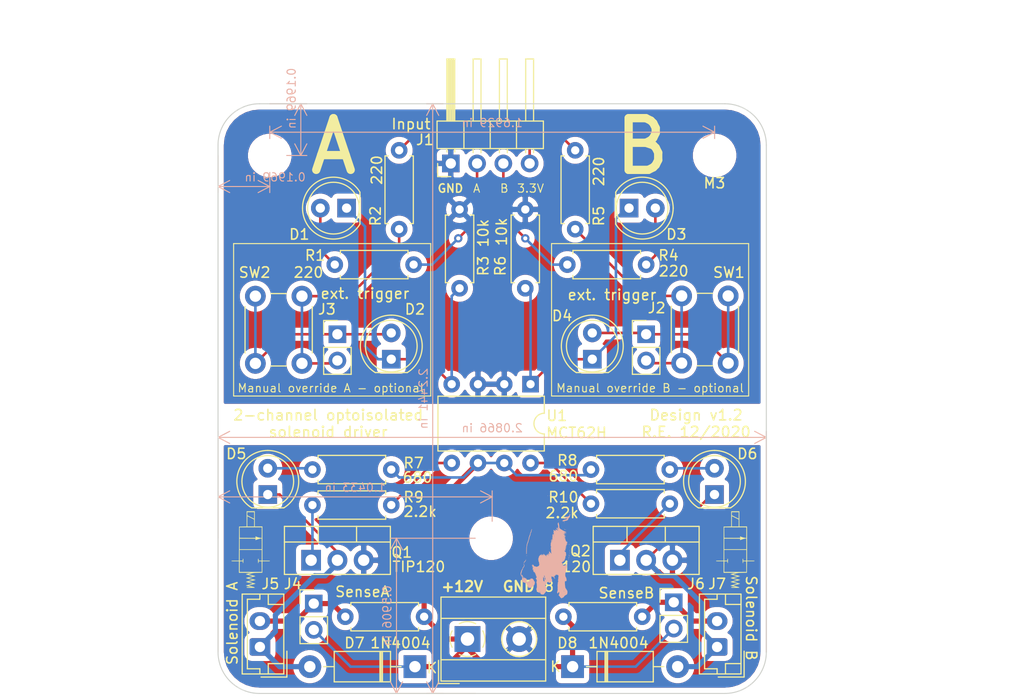
<source format=kicad_pcb>
(kicad_pcb (version 20171130) (host pcbnew "(5.1.8)-1")
  (title_block (rev 1))
  (layers (0 Front signal) (31 Back signal) (34 B.Paste user) (35 F.Paste user) (36 B.SilkS user) (37 F.SilkS user) (38 B.Mask user) (39 F.Mask user) (44 Edge.Cuts user))
  (net 0 "")
  (net 1 "Net-(D1-Pad2)")
  (net 2 "Net-(Q1-Pad1)")
  (net 3 "Net-(D2-Pad2)")
  (net 4 "Net-(Q2-Pad1)")
  (net 5 TeensyGND)
  (net 6 InputB)
  (net 7 InputA)
  (net 8 3.3V)
  (net 9 12V)
  (net 10 GNDPWR)
  (net 11 "Net-(D3-Pad2)")
  (net 12 "Net-(D4-Pad2)")
  (net 13 "Net-(J2-Pad2)")
  (net 14 "Net-(D5-Pad1)")
  (net 15 "Net-(D6-Pad2)")
  (net 16 "Net-(D1-Pad1)")
  (net 17 "Net-(D3-Pad1)")
  (net 18 "Net-(D5-Pad2)")
  (net 19 "Net-(D6-Pad1)")
  (net 20 "Net-(J3-Pad2)")
  (net 21 "Net-(J4-Pad1)")
  (net 22 "Net-(J6-Pad1)")
  (net 23 "Net-(R9-Pad2)")
  (net 24 "Net-(R10-Pad2)")
  (module Resistor_THT:R_Axial_DIN0207_L6.3mm_D2.5mm_P7.62mm_Horizontal (layer Front) (at 127.508 71.12 90)
    (fp_text reference R2 (at 1.27 -2.286 90) (layer F.SilkS))
    (fp_text value 220 (at 5.715 -2.159 90) (layer F.SilkS))
    (pad 2 thru_hole oval (at 7.62 0 90) (size 1.6 1.6) (drill 0.8) (layers *.Cu *.Mask) (net 8 3.3V))
    (pad 1 thru_hole circle (at 0 0 90) (size 1.6 1.6) (drill 0.8) (layers *.Cu *.Mask) (net 20 "Net-(J3-Pad2)"))
  )
  (module Resistor_THT:R_Axial_DIN0207_L6.3mm_D2.5mm_P7.62mm_Horizontal (layer Front) (at 151.384 74.549 180)
    (fp_text reference R4 (at -2.159 0.889) (layer F.SilkS))
    (fp_text value 220 (at -2.667 -0.635) (layer F.SilkS))
    (pad 2 thru_hole oval (at 7.62 0 180) (size 1.6 1.6) (drill 0.8) (layers *.Cu *.Mask) (net 6 InputB))
    (pad 1 thru_hole circle (at 0 0 180) (size 1.6 1.6) (drill 0.8) (layers *.Cu *.Mask) (net 11 "Net-(D3-Pad2)"))
  )
  (module gfx:mila_sm_new (layer Back) (at 141.813 101.792 180)
    (fp_text reference G*** hide)
    (fp_text value LOGO hide)
  )
  (module gfx:mila_ss_new (layer Back) (at 141.813 101.792 180)
    (fp_text reference G*** hide)
    (fp_text value LOGO hide)
  )
  (module gfx:no_solenoid_small (layer Front) (at 113.157 102.108 270)
    (fp_text reference G*** hide)
    (fp_text value LOGO hide)
  )
  (module gfx:no_solenoid_small (layer Front) (at 160 102.108 270)
    (fp_text reference G*** hide)
    (fp_text value LOGO hide)
  )
  (module MountingHole:MountingHole_3.2mm_M3 (layer Front) (at 136.5 101)
    (fp_text reference M3 hide)
    (fp_text value "")
    (pad 1 np_thru_hole circle (at 0 0) (size 3.2 3.2) (drill 3.2) (layers *.Cu *.Mask))
  )
  (module gfx:nnm_logo_small (layer Front) (at 136.5 81.28)
    (fp_text reference G*** hide)
    (fp_text value LOGO hide)
  )
  (module MountingHole:MountingHole_3.2mm_M3 (layer Front) (at 158 64)
    (fp_text reference M3 (at -0.012 2.675) (layer F.SilkS))
    (fp_text value "")
    (pad 1 np_thru_hole circle (at 0 0) (size 3.2 3.2) (drill 3.2) (layers *.Cu *.Mask))
  )
  (module MountingHole:MountingHole_3.2mm_M3 (layer Front) (at 115 64)
    (fp_text reference M3)
    (fp_text value "" hide)
    (pad 1 np_thru_hole circle (at 0 0) (size 3.2 3.2) (drill 3.2) (layers *.Cu *.Mask))
  )
  (module Package_DIP:DIP-8_W7.62mm (layer Front) (at 140.208 86.106 270)
    (fp_text reference U1 (at 3.048 -2.54 180) (layer F.SilkS))
    (fp_text value MCT62H (at 4.699 -4.445 180) (layer F.SilkS))
    (pad 8 thru_hole oval (at 7.62 0 270) (size 1.6 1.6) (drill 0.8) (layers *.Cu *.Mask) (net 24 "Net-(R10-Pad2)"))
    (pad 4 thru_hole oval (at 0 7.62 270) (size 1.6 1.6) (drill 0.8) (layers *.Cu *.Mask) (net 16 "Net-(D1-Pad1)"))
    (pad 7 thru_hole oval (at 7.62 2.54 270) (size 1.6 1.6) (drill 0.8) (layers *.Cu *.Mask) (net 9 12V))
    (pad 3 thru_hole oval (at 0 5.08 270) (size 1.6 1.6) (drill 0.8) (layers *.Cu *.Mask) (net 5 TeensyGND))
    (pad 6 thru_hole oval (at 7.62 5.08 270) (size 1.6 1.6) (drill 0.8) (layers *.Cu *.Mask) (net 9 12V))
    (pad 2 thru_hole oval (at 0 2.54 270) (size 1.6 1.6) (drill 0.8) (layers *.Cu *.Mask) (net 5 TeensyGND))
    (pad 5 thru_hole oval (at 7.62 7.62 270) (size 1.6 1.6) (drill 0.8) (layers *.Cu *.Mask) (net 23 "Net-(R9-Pad2)"))
    (pad 1 thru_hole rect (at 0 0 270) (size 1.6 1.6) (drill 0.8) (layers *.Cu *.Mask) (net 17 "Net-(D3-Pad1)"))
  )
  (module Button_Switch_THT:SW_PUSH_6mm (layer Front) (at 154.813 84.074 90)
    (fp_text reference SW1 (at 8.763 4.572 180) (layer F.SilkS))
    (fp_text value SW_Push)
    (pad 1 thru_hole circle (at 6.5 0 180) (size 2 2) (drill 1.1) (layers *.Cu *.Mask) (net 13 "Net-(J2-Pad2)"))
    (pad 2 thru_hole circle (at 6.5 4.5 180) (size 2 2) (drill 1.1) (layers *.Cu *.Mask) (net 12 "Net-(D4-Pad2)"))
    (pad 1 thru_hole circle (at 0 0 180) (size 2 2) (drill 1.1) (layers *.Cu *.Mask) (net 13 "Net-(J2-Pad2)"))
    (pad 2 thru_hole circle (at 0 4.5 180) (size 2 2) (drill 1.1) (layers *.Cu *.Mask) (net 12 "Net-(D4-Pad2)"))
  )
  (module Button_Switch_THT:SW_PUSH_6mm (layer Front) (at 118.11 77.597 270)
    (fp_text reference SW2 (at -2.286 4.572 180) (layer F.SilkS))
    (fp_text value SW_Push)
    (pad 1 thru_hole circle (at 6.5 0) (size 2 2) (drill 1.1) (layers *.Cu *.Mask) (net 20 "Net-(J3-Pad2)"))
    (pad 2 thru_hole circle (at 6.5 4.5) (size 2 2) (drill 1.1) (layers *.Cu *.Mask) (net 3 "Net-(D2-Pad2)"))
    (pad 1 thru_hole circle (at 0 0) (size 2 2) (drill 1.1) (layers *.Cu *.Mask) (net 20 "Net-(J3-Pad2)"))
    (pad 2 thru_hole circle (at 0 4.5) (size 2 2) (drill 1.1) (layers *.Cu *.Mask) (net 3 "Net-(D2-Pad2)"))
  )
  (module Resistor_THT:R_Axial_DIN0207_L6.3mm_D2.5mm_P7.62mm_Horizontal (layer Front) (at 143.383 108.585)
    (fp_text reference RsenseB1 hide)
    (fp_text value 1)
    (pad 2 thru_hole oval (at 7.62 0) (size 1.6 1.6) (drill 0.8) (layers *.Cu *.Mask) (net 22 "Net-(J6-Pad1)"))
    (pad 1 thru_hole circle (at 0 0) (size 1.6 1.6) (drill 0.8) (layers *.Cu *.Mask) (net 9 12V))
  )
  (module Resistor_THT:R_Axial_DIN0207_L6.3mm_D2.5mm_P7.62mm_Horizontal (layer Front) (at 129.921 108.585 180)
    (fp_text reference RsenseA1 hide)
    (fp_text value 1)
    (pad 2 thru_hole oval (at 7.62 0 180) (size 1.6 1.6) (drill 0.8) (layers *.Cu *.Mask) (net 21 "Net-(J4-Pad1)"))
    (pad 1 thru_hole circle (at 0 0 180) (size 1.6 1.6) (drill 0.8) (layers *.Cu *.Mask) (net 9 12V))
  )
  (module Resistor_THT:R_Axial_DIN0207_L6.3mm_D2.5mm_P7.62mm_Horizontal (layer Front) (at 153.67 94.361 180)
    (fp_text reference R8 (at 9.906 0.889) (layer F.SilkS))
    (fp_text value 680 (at 10.287 -0.635) (layer F.SilkS))
    (pad 2 thru_hole oval (at 7.62 0 180) (size 1.6 1.6) (drill 0.8) (layers *.Cu *.Mask) (net 9 12V))
    (pad 1 thru_hole circle (at 0 0 180) (size 1.6 1.6) (drill 0.8) (layers *.Cu *.Mask) (net 15 "Net-(D6-Pad2)"))
  )
  (module Resistor_THT:R_Axial_DIN0207_L6.3mm_D2.5mm_P7.62mm_Horizontal (layer Front) (at 119.126 94.361)
    (fp_text reference R7 (at 9.779 -0.635) (layer F.SilkS))
    (fp_text value 680 (at 10.16 0.762) (layer F.SilkS))
    (pad 2 thru_hole oval (at 7.62 0) (size 1.6 1.6) (drill 0.8) (layers *.Cu *.Mask) (net 9 12V))
    (pad 1 thru_hole circle (at 0 0) (size 1.6 1.6) (drill 0.8) (layers *.Cu *.Mask) (net 18 "Net-(D5-Pad2)"))
  )
  (module Resistor_THT:R_Axial_DIN0207_L6.3mm_D2.5mm_P7.62mm_Horizontal (layer Front) (at 144.526 71.12 90)
    (fp_text reference R5 (at 1.27 2.286 90) (layer F.SilkS))
    (fp_text value 220 (at 5.588 2.286 90) (layer F.SilkS))
    (pad 2 thru_hole oval (at 7.62 0 90) (size 1.6 1.6) (drill 0.8) (layers *.Cu *.Mask) (net 8 3.3V))
    (pad 1 thru_hole circle (at 0 0 90) (size 1.6 1.6) (drill 0.8) (layers *.Cu *.Mask) (net 13 "Net-(J2-Pad2)"))
  )
  (module Resistor_THT:R_Axial_DIN0207_L6.3mm_D2.5mm_P7.62mm_Horizontal (layer Front) (at 121.285 74.549)
    (fp_text reference R1 (at -1.905 -0.889) (layer F.SilkS))
    (fp_text value 220 (at -2.54 0.762) (layer F.SilkS))
    (pad 2 thru_hole oval (at 7.62 0) (size 1.6 1.6) (drill 0.8) (layers *.Cu *.Mask) (net 7 InputA))
    (pad 1 thru_hole circle (at 0 0) (size 1.6 1.6) (drill 0.8) (layers *.Cu *.Mask) (net 1 "Net-(D1-Pad2)"))
  )
  (module Resistor_THT:R_Axial_DIN0207_L6.3mm_D2.5mm_P7.62mm_Horizontal (layer Front) (at 139.7 76.835 90)
    (fp_text reference R6 (at 2.159 -2.413 90) (layer F.SilkS))
    (fp_text value 10k (at 5.461 -2.286 90) (layer F.SilkS))
    (pad 2 thru_hole oval (at 7.62 0 90) (size 1.6 1.6) (drill 0.8) (layers *.Cu *.Mask) (net 5 TeensyGND))
    (pad 1 thru_hole circle (at 0 0 90) (size 1.6 1.6) (drill 0.8) (layers *.Cu *.Mask) (net 17 "Net-(D3-Pad1)"))
  )
  (module Resistor_THT:R_Axial_DIN0207_L6.3mm_D2.5mm_P7.62mm_Horizontal (layer Front) (at 133.35 69.215 270)
    (fp_text reference R3 (at 5.461 -2.286 90) (layer F.SilkS))
    (fp_text value 10k (at 2.286 -2.286 90) (layer F.SilkS))
    (pad 2 thru_hole oval (at 7.62 0 270) (size 1.6 1.6) (drill 0.8) (layers *.Cu *.Mask) (net 16 "Net-(D1-Pad1)"))
    (pad 1 thru_hole circle (at 0 0 270) (size 1.6 1.6) (drill 0.8) (layers *.Cu *.Mask) (net 5 TeensyGND))
  )
  (module Resistor_THT:R_Axial_DIN0207_L6.3mm_D2.5mm_P7.62mm_Horizontal (layer Front) (at 153.67 97.663 180)
    (fp_text reference R10 (at 10.287 0.635) (layer F.SilkS))
    (fp_text value 2.2k (at 10.414 -0.889) (layer F.SilkS))
    (pad 2 thru_hole oval (at 7.62 0 180) (size 1.6 1.6) (drill 0.8) (layers *.Cu *.Mask) (net 24 "Net-(R10-Pad2)"))
    (pad 1 thru_hole circle (at 0 0 180) (size 1.6 1.6) (drill 0.8) (layers *.Cu *.Mask) (net 4 "Net-(Q2-Pad1)"))
  )
  (module Resistor_THT:R_Axial_DIN0207_L6.3mm_D2.5mm_P7.62mm_Horizontal (layer Front) (at 119.126 97.79)
    (fp_text reference R9 (at 9.779 -0.762) (layer F.SilkS))
    (fp_text value 2.2k (at 10.414 0.635) (layer F.SilkS))
    (pad 2 thru_hole oval (at 7.62 0) (size 1.6 1.6) (drill 0.8) (layers *.Cu *.Mask) (net 23 "Net-(R9-Pad2)"))
    (pad 1 thru_hole circle (at 0 0) (size 1.6 1.6) (drill 0.8) (layers *.Cu *.Mask) (net 2 "Net-(Q1-Pad1)"))
  )
  (module Package_TO_SOT_THT:TO-220-3_Vertical (layer Front) (at 148.844 103.124)
    (fp_text reference Q2 (at -3.81 -0.889) (layer F.SilkS))
    (fp_text value TIP120 (at -5.334 0.635 180) (layer F.SilkS))
    (pad 3 thru_hole oval (at 5.08 0) (size 1.905 2) (drill 1.1) (layers *.Cu *.Mask) (net 10 GNDPWR))
    (pad 2 thru_hole oval (at 2.54 0) (size 1.905 2) (drill 1.1) (layers *.Cu *.Mask) (net 19 "Net-(D6-Pad1)"))
    (pad 1 thru_hole rect (at 0 0) (size 1.905 2) (drill 1.1) (layers *.Cu *.Mask) (net 4 "Net-(Q2-Pad1)"))
  )
  (module Package_TO_SOT_THT:TO-220-3_Vertical (layer Front) (at 118.999 103.124)
    (fp_text reference Q1 (at 8.763 -0.762) (layer F.SilkS))
    (fp_text value TIP120 (at 10.414 0.635) (layer F.SilkS))
    (pad 3 thru_hole oval (at 5.08 0) (size 1.905 2) (drill 1.1) (layers *.Cu *.Mask) (net 10 GNDPWR))
    (pad 2 thru_hole oval (at 2.54 0) (size 1.905 2) (drill 1.1) (layers *.Cu *.Mask) (net 14 "Net-(D5-Pad1)"))
    (pad 1 thru_hole rect (at 0 0) (size 1.905 2) (drill 1.1) (layers *.Cu *.Mask) (net 2 "Net-(Q1-Pad1)"))
  )
  (module Connector_PinHeader_2.54mm:PinHeader_1x02_P2.54mm_Vertical (layer Front) (at 154.051 107.188)
    (fp_text reference J6 (at 2.159 -1.778) (layer F.SilkS))
    (fp_text value SenseB (at -4.572 -0.889) (layer F.SilkS))
    (pad 2 thru_hole oval (at 0 2.54) (size 1.7 1.7) (drill 1) (layers *.Cu *.Mask) (net 9 12V))
    (pad 1 thru_hole rect (at 0 0) (size 1.7 1.7) (drill 1) (layers *.Cu *.Mask) (net 22 "Net-(J6-Pad1)"))
  )
  (module Connector_PinHeader_2.54mm:PinHeader_1x02_P2.54mm_Vertical (layer Front) (at 119.253 107.315)
    (fp_text reference J4 (at -2.032 -1.905) (layer F.SilkS))
    (fp_text value SenseA (at 4.699 -1.143) (layer F.SilkS))
    (pad 2 thru_hole oval (at 0 2.54) (size 1.7 1.7) (drill 1) (layers *.Cu *.Mask) (net 9 12V))
    (pad 1 thru_hole rect (at 0 0) (size 1.7 1.7) (drill 1) (layers *.Cu *.Mask) (net 21 "Net-(J4-Pad1)"))
  )
  (module Connector_PinHeader_2.54mm:PinHeader_1x02_P2.54mm_Vertical (layer Front) (at 151.384 81.28)
    (fp_text reference J2 (at 1.016 -2.54) (layer F.SilkS))
    (fp_text value "Solenoid B Override")
    (pad 2 thru_hole oval (at 0 2.54) (size 1.7 1.7) (drill 1) (layers *.Cu *.Mask) (net 13 "Net-(J2-Pad2)"))
    (pad 1 thru_hole rect (at 0 0) (size 1.7 1.7) (drill 1) (layers *.Cu *.Mask) (net 12 "Net-(D4-Pad2)"))
  )
  (module Connector_PinHeader_2.54mm:PinHeader_1x02_P2.54mm_Vertical (layer Front) (at 121.539 81.28)
    (fp_text reference J3 (at -1.016 -2.413) (layer F.SilkS))
    (fp_text value "Solenoid A Override")
    (pad 2 thru_hole oval (at 0 2.54) (size 1.7 1.7) (drill 1) (layers *.Cu *.Mask) (net 20 "Net-(J3-Pad2)"))
    (pad 1 thru_hole rect (at 0 0) (size 1.7 1.7) (drill 1) (layers *.Cu *.Mask) (net 3 "Net-(D2-Pad2)"))
  )
  (module Connector_JST:JST_EH_B2B-EH-A_1x02_P2.50mm_Vertical (layer Front) (at 158.242 111.506 90)
    (fp_text reference J7 (at 6.096 0) (layer F.SilkS))
    (fp_text value "Solenoid B" (at 2.794 3.302 270 unlocked) (layer F.SilkS))
    (pad 2 thru_hole oval (at 2.5 0 90) (size 1.7 2) (drill 1) (layers *.Cu *.Mask) (net 22 "Net-(J6-Pad1)"))
    (pad 1 thru_hole roundrect (at 0 0 90) (size 1.7 2) (drill 1) (layers *.Cu *.Mask) (roundrect_rratio 0.147059) (net 19 "Net-(D6-Pad1)"))
  )
  (module TerminalBlock_MetzConnect:TerminalBlock_MetzConnect_Type055_RT01502HDWU_1x02_P5.00mm_Horizontal (layer Front) (at 134.112 110.744)
    (fp_text reference J8 (at 7.493 -5.08) (layer F.SilkS))
    (fp_text value "12V Input" hide)
    (pad 2 thru_hole circle (at 5 0) (size 2.5 2.5) (drill 1.3) (layers *.Cu *.Mask) (net 10 GNDPWR))
    (pad 1 thru_hole rect (at 0 0) (size 2.5 2.5) (drill 1.3) (layers *.Cu *.Mask) (net 9 12V))
  )
  (module Connector_JST:JST_EH_B2B-EH-A_1x02_P2.50mm_Vertical (layer Front) (at 114.046 111.506 90)
    (fp_text reference J5 (at 6.096 1.016 180) (layer F.SilkS))
    (fp_text value "Solenoid A" (at 2.286 -2.667 90) (layer F.SilkS))
    (pad 2 thru_hole oval (at 2.5 0 90) (size 1.7 2) (drill 1) (layers *.Cu *.Mask) (net 21 "Net-(J4-Pad1)"))
    (pad 1 thru_hole roundrect (at 0 0 90) (size 1.7 2) (drill 1) (layers *.Cu *.Mask) (roundrect_rratio 0.147059) (net 14 "Net-(D5-Pad1)"))
  )
  (module Connector_PinHeader_2.54mm:PinHeader_1x04_P2.54mm_Horizontal (layer Front) (at 132.5 64.77 90)
    (fp_text reference J1 (at 2.286 -2.5 180) (layer F.SilkS))
    (fp_text value Input (at 3.81 -3.849 180) (layer F.SilkS))
    (pad 4 thru_hole oval (at 0 7.62 90) (size 1.7 1.7) (drill 1) (layers *.Cu *.Mask) (net 8 3.3V))
    (pad 3 thru_hole oval (at 0 5.08 90) (size 1.7 1.7) (drill 1) (layers *.Cu *.Mask) (net 6 InputB))
    (pad 2 thru_hole oval (at 0 2.54 90) (size 1.7 1.7) (drill 1) (layers *.Cu *.Mask) (net 7 InputA))
    (pad 1 thru_hole rect (at 0 0 90) (size 1.7 1.7) (drill 1) (layers *.Cu *.Mask) (net 5 TeensyGND))
  )
  (module LED_THT:LED_D5.0mm (layer Front) (at 146.177 83.693 90)
    (fp_text reference D4 (at 4.191 -2.921 180) (layer F.SilkS))
    (fp_text value LED)
    (pad 2 thru_hole circle (at 2.54 0 90) (size 1.8 1.8) (drill 0.9) (layers *.Cu *.Mask) (net 12 "Net-(D4-Pad2)"))
    (pad 1 thru_hole rect (at 0 0 90) (size 1.8 1.8) (drill 0.9) (layers *.Cu *.Mask) (net 17 "Net-(D3-Pad1)"))
  )
  (module LED_THT:LED_D5.0mm (layer Front) (at 149.733 69.088)
    (fp_text reference D3 (at 4.572 2.54) (layer F.SilkS))
    (fp_text value LED)
    (pad 2 thru_hole circle (at 2.54 0) (size 1.8 1.8) (drill 0.9) (layers *.Cu *.Mask) (net 11 "Net-(D3-Pad2)"))
    (pad 1 thru_hole rect (at 0 0) (size 1.8 1.8) (drill 0.9) (layers *.Cu *.Mask) (net 17 "Net-(D3-Pad1)"))
  )
  (module LED_THT:LED_D5.0mm (layer Front) (at 126.746 83.693 90)
    (fp_text reference D2 (at 4.826 2.286 180) (layer F.SilkS))
    (fp_text value LED)
    (pad 2 thru_hole circle (at 2.54 0 90) (size 1.8 1.8) (drill 0.9) (layers *.Cu *.Mask) (net 3 "Net-(D2-Pad2)"))
    (pad 1 thru_hole rect (at 0 0 90) (size 1.8 1.8) (drill 0.9) (layers *.Cu *.Mask) (net 16 "Net-(D1-Pad1)"))
  )
  (module LED_THT:LED_D5.0mm (layer Front) (at 122.428 69.088 180)
    (fp_text reference D1 (at 4.572 -2.54) (layer F.SilkS))
    (fp_text value LED)
    (pad 2 thru_hole circle (at 2.54 0 180) (size 1.8 1.8) (drill 0.9) (layers *.Cu *.Mask) (net 1 "Net-(D1-Pad2)"))
    (pad 1 thru_hole rect (at 0 0 180) (size 1.8 1.8) (drill 0.9) (layers *.Cu *.Mask) (net 16 "Net-(D1-Pad1)"))
  )
  (module LED_THT:LED_D5.0mm (layer Front) (at 157.988 96.774 90)
    (fp_text reference D6 (at 3.937 3.175 180) (layer F.SilkS))
    (fp_text value LED)
    (pad 2 thru_hole circle (at 2.54 0 90) (size 1.8 1.8) (drill 0.9) (layers *.Cu *.Mask) (net 15 "Net-(D6-Pad2)"))
    (pad 1 thru_hole rect (at 0 0 90) (size 1.8 1.8) (drill 0.9) (layers *.Cu *.Mask) (net 19 "Net-(D6-Pad1)"))
  )
  (module LED_THT:LED_D5.0mm (layer Front) (at 114.808 96.774 90)
    (fp_text reference D5 (at 3.937 -3.048 180) (layer F.SilkS))
    (fp_text value LED)
    (pad 2 thru_hole circle (at 2.54 0 90) (size 1.8 1.8) (drill 0.9) (layers *.Cu *.Mask) (net 18 "Net-(D5-Pad2)"))
    (pad 1 thru_hole rect (at 0 0 90) (size 1.8 1.8) (drill 0.9) (layers *.Cu *.Mask) (net 14 "Net-(D5-Pad1)"))
  )
  (module Diode_THT:D_DO-41_SOD81_P10.16mm_Horizontal (layer Front) (at 144.272 113.411)
    (fp_text reference D8 (at -0.508 -2.286) (layer F.SilkS))
    (fp_text value 1N4004 (at 4.445 -2.286) (layer F.SilkS))
    (fp_text user K (at -1.651 0) (layer F.SilkS))
    (pad 2 thru_hole oval (at 10.16 0) (size 2.2 2.2) (drill 1.1) (layers *.Cu *.Mask) (net 19 "Net-(D6-Pad1)"))
    (pad 1 thru_hole rect (at 0 0) (size 2.2 2.2) (drill 1.1) (layers *.Cu *.Mask) (net 9 12V))
  )
  (module Diode_THT:D_DO-41_SOD81_P10.16mm_Horizontal (layer Front) (at 129.032 113.411 180)
    (fp_text reference D7 (at 5.842 2.286) (layer F.SilkS))
    (fp_text value 1N4004 (at 1.397 2.286) (layer F.SilkS))
    (fp_text user K (at -1.651 -0.127) (layer F.SilkS))
    (pad 2 thru_hole oval (at 10.16 0 180) (size 2.2 2.2) (drill 1.1) (layers *.Cu *.Mask) (net 14 "Net-(D5-Pad1)"))
    (pad 1 thru_hole rect (at 0 0 180) (size 2.2 2.2) (drill 1.1) (layers *.Cu *.Mask) (net 9 12V))
  )
  (dimension 43 (width 0.1) (layer B.SilkS) (gr_text "43.000 mm" (at 136.5 60.75) (layer B.SilkS) (effects (font (size 0.8 0.8) (thickness 0.1)) (justify mirror))) (feature1 (pts (xy 158 64) (xy 158 61.163579))) (feature2 (pts (xy 115 64) (xy 115 61.163579))) (crossbar (pts (xy 115 61.75) (xy 158 61.75))) (arrow1a (pts (xy 158 61.75) (xy 156.873496 62.336421))) (arrow1b (pts (xy 158 61.75) (xy 156.873496 61.163579))) (arrow2a (pts (xy 115 61.75) (xy 116.126504 62.336421))) (arrow2b (pts (xy 115 61.75) (xy 116.126504 61.163579))))
  (dimension 26.5 (width 0.1) (layer B.SilkS) (gr_text "26.500 mm" (at 123.25 96.000001) (layer B.SilkS) (effects (font (size 0.8 0.8) (thickness 0.1)) (justify mirror))) (feature1 (pts (xy 110 101) (xy 110 96.41358))) (feature2 (pts (xy 136.5 101) (xy 136.5 96.41358))) (crossbar (pts (xy 136.5 97.000001) (xy 110 97.000001))) (arrow1a (pts (xy 110 97.000001) (xy 111.126504 96.41358))) (arrow1b (pts (xy 110 97.000001) (xy 111.126504 97.586422))) (arrow2a (pts (xy 136.5 97.000001) (xy 135.373496 96.41358))) (arrow2b (pts (xy 136.5 97.000001) (xy 135.373496 97.586422))))
  (dimension 15 (width 0.1) (layer B.SilkS) (gr_text "15.000 mm" (at 126.25 108.5 270) (layer B.SilkS) (effects (font (size 0.8 0.8) (thickness 0.1)) (justify mirror))) (feature1 (pts (xy 134.898 116) (xy 126.663579 116))) (feature2 (pts (xy 134.898 101) (xy 126.663579 101))) (crossbar (pts (xy 127.25 101) (xy 127.25 116))) (arrow1a (pts (xy 127.25 116) (xy 126.663579 114.873496))) (arrow1b (pts (xy 127.25 116) (xy 127.836421 114.873496))) (arrow2a (pts (xy 127.25 101) (xy 126.663579 102.126504))) (arrow2b (pts (xy 127.25 101) (xy 127.836421 102.126504))))
  (dimension 53 (width 0.1) (layer B.SilkS) (gr_text "53.000 mm" (at 136.5 90.25) (layer B.SilkS) (effects (font (size 0.8 0.8) (thickness 0.1)) (justify mirror))) (feature1 (pts (xy 163 112) (xy 163 90.663579))) (feature2 (pts (xy 110 112) (xy 110 90.663579))) (crossbar (pts (xy 110 91.25) (xy 163 91.25))) (arrow1a (pts (xy 163 91.25) (xy 161.873496 91.836421))) (arrow1b (pts (xy 163 91.25) (xy 161.873496 90.663579))) (arrow2a (pts (xy 110 91.25) (xy 111.126504 91.836421))) (arrow2b (pts (xy 110 91.25) (xy 111.126504 90.663579))))
  (dimension 57 (width 0.1) (layer B.SilkS) (gr_text "57.000 mm" (at 129.75 87.5 270) (layer B.SilkS) (effects (font (size 0.8 0.8) (thickness 0.1)) (justify mirror))) (feature1 (pts (xy 131.749999 116) (xy 130.163579 116))) (feature2 (pts (xy 131.749999 59) (xy 130.163579 59))) (crossbar (pts (xy 130.75 59) (xy 130.75 116))) (arrow1a (pts (xy 130.75 116) (xy 130.163579 114.873496))) (arrow1b (pts (xy 130.75 116) (xy 131.336421 114.873496))) (arrow2a (pts (xy 130.75 59) (xy 130.163579 60.126504))) (arrow2b (pts (xy 130.75 59) (xy 131.336421 60.126504))))
  (dimension 5 (width 0.1) (layer B.SilkS) (gr_text "5.000 mm" (at 112.5 68) (layer B.SilkS) (effects (font (size 0.8 0.8) (thickness 0.1)) (justify right mirror))) (feature1 (pts (xy 115 64) (xy 115 67.586421))) (feature2 (pts (xy 110 64) (xy 110 67.586421))) (crossbar (pts (xy 110 67) (xy 115 67))) (arrow1a (pts (xy 115 67) (xy 113.873496 66.413579))) (arrow1b (pts (xy 115 67) (xy 113.873496 67.586421))) (arrow2a (pts (xy 110 67) (xy 111.126504 66.413579))) (arrow2b (pts (xy 110 67) (xy 111.126504 67.586421))))
  (dimension 5 (width 0.1) (layer B.SilkS) (gr_text "5.000 mm" (at 119 61.5 -90) (layer B.SilkS) (effects (font (size 0.8 0.8) (thickness 0.1)) (justify right mirror))) (feature1 (pts (xy 115 64) (xy 118.586421 64))) (feature2 (pts (xy 115 59) (xy 118.586421 59))) (crossbar (pts (xy 118 59) (xy 118 64))) (arrow1a (pts (xy 118 64) (xy 118.586421 62.873496))) (arrow1b (pts (xy 118 64) (xy 117.413579 62.873496))) (arrow2a (pts (xy 118 59) (xy 118.586421 60.126504))) (arrow2b (pts (xy 118 59) (xy 117.413579 60.126504))))
  (gr_line (start 161.29 72.517) (end 142.24 72.517) (layer F.SilkS) (width 0.1))
  (gr_line (start 142.24 72.517) (end 142.24 87.249) (layer F.SilkS) (width 0.1))
  (gr_line (start 161.29 72.517) (end 161.29 87.249) (layer F.SilkS) (width 0.1))
  (gr_line (start 161.29 87.249) (end 142.24 87.249) (layer F.SilkS) (width 0.1))
  (gr_line (start 111.506 72.517) (end 111.506 87.249) (layer F.SilkS) (width 0.1))
  (gr_line (start 130.556 72.517) (end 111.506 72.517) (layer F.SilkS) (width 0.1))
  (gr_text "Design v1.2\nR.E. 12/2020" (at 156.21 89.916) (layer F.SilkS) (effects (font (size 1.016 1.016) (thickness 0.1524))))
  (gr_text "2-channel optoisolated\nsolenoid driver" (at 120.65 89.916) (layer F.SilkS) (effects (font (size 1.016 1.016) (thickness 0.1524))))
  (gr_text "ext. trigger" (at 124.206 77.343) (layer F.SilkS) (effects (font (size 1.016 1.016) (thickness 0.1524))))
  (gr_text "ext. trigger" (at 148.082 77.47) (layer F.SilkS) (effects (font (size 1.016 1.016) (thickness 0.1524))))
  (gr_text 3.3V (at 140.208 67.183) (layer F.SilkS) (effects (font (size 0.8 0.8) (thickness 0.1))))
  (gr_text B (at 137.668 67.183) (layer F.SilkS) (effects (font (size 0.8 0.8) (thickness 0.1))))
  (gr_text A (at 135.001 67.183) (layer F.SilkS) (effects (font (size 0.8 0.8) (thickness 0.1))))
  (gr_text GND (at 132.461 67.183) (layer F.SilkS) (effects (font (size 0.8 0.8))))
  (gr_line (start 163 63) (end 163 112) (layer Edge.Cuts) (width 0.1))
  (gr_line (start 110 63) (end 110 112) (layer Edge.Cuts) (width 0.1))
  (gr_line (start 159 116) (end 114 116) (layer Edge.Cuts) (width 0.1))
  (gr_arc (start 114 112) (end 110 112) (angle -90) (layer Edge.Cuts) (width 0.1))
  (gr_arc (start 159 112) (end 159 116) (angle -90) (layer Edge.Cuts) (width 0.1))
  (gr_arc (start 159 63) (end 163 63) (angle -90) (layer Edge.Cuts) (width 0.1))
  (gr_arc (start 114 63) (end 114 59) (angle -90) (layer Edge.Cuts) (width 0.1))
  (gr_text +12V (at 133.604 105.664) (layer F.SilkS) (effects (font (size 1 1) (thickness 0.2))))
  (gr_text GND (at 139.065 105.664) (layer F.SilkS) (effects (font (size 1 1) (thickness 0.2))))
  (gr_line (start 114 59) (end 159 59) (layer Edge.Cuts) (width 0.1))
  (gr_text "Manual override B - optional" (at 151.765 86.487) (layer F.SilkS) (effects (font (size 0.8 0.8) (thickness 0.1))))
  (gr_text B (at 151 63.119) (layer F.SilkS) (effects (font (size 5 5) (thickness 0.8))))
  (gr_line (start 130.556 87.249) (end 111.506 87.249) (layer F.SilkS) (width 0.1))
  (gr_line (start 130.556 72.517) (end 130.556 87.249) (layer F.SilkS) (width 0.1))
  (gr_text "Manual override A - optional" (at 120.904 86.487) (layer F.SilkS) (effects (font (size 0.8 0.8) (thickness 0.1))))
  (gr_text A (at 121.158 63.119) (layer F.SilkS) (effects (font (size 5 5) (thickness 0.8))))
  (segment (start 119.888 73.152) (end 121.285 74.549) (width 0.25) (layer Front) (net 1))
  (segment (start 119.888 69.088) (end 119.888 73.152) (width 0.25) (layer Front) (net 1))
  (segment (start 115.951 113.411) (end 114.046 111.506) (width 0.5) (layer Back) (net 14))
  (segment (start 118.872 113.411) (end 115.951 113.411) (width 0.5) (layer Back) (net 14))
  (segment (start 115.54601 110.00599) (end 114.046 111.506) (width 0.5) (layer Back) (net 14))
  (segment (start 115.54601 108.421988) (end 115.54601 110.00599) (width 0.5) (layer Back) (net 14))
  (segment (start 119.343997 104.624001) (end 115.54601 108.421988) (width 0.5) (layer Back) (net 14))
  (segment (start 120.351501 104.624001) (end 119.343997 104.624001) (width 0.5) (layer Back) (net 14))
  (segment (start 121.539 103.436502) (end 120.351501 104.624001) (width 0.5) (layer Back) (net 14))
  (segment (start 121.539 103.124) (end 121.539 103.436502) (width 0.5) (layer Back) (net 14))
  (segment (start 121.539 102.863) (end 121.539 103.124) (width 0.25) (layer Front) (net 14))
  (segment (start 121.539 102.355) (end 121.539 103.124) (width 0.25) (layer Front) (net 14))
  (segment (start 115.958 96.774) (end 121.539 102.355) (width 0.25) (layer Front) (net 14))
  (segment (start 114.808 96.774) (end 115.958 96.774) (width 0.25) (layer Front) (net 14))
  (segment (start 119.126 102.997) (end 118.999 103.124) (width 0.25) (layer Back) (net 2))
  (segment (start 119.126 97.79) (end 119.126 102.997) (width 0.25) (layer Back) (net 2))
  (segment (start 116.427 81.28) (end 113.61 84.097) (width 0.25) (layer Front) (net 3))
  (segment (start 121.539 81.28) (end 116.427 81.28) (width 0.25) (layer Front) (net 3))
  (segment (start 113.61 84.097) (end 113.61 77.597) (width 0.25) (layer Back) (net 3))
  (segment (start 126.619 81.28) (end 126.746 81.153) (width 0.25) (layer Front) (net 3))
  (segment (start 121.539 81.28) (end 126.619 81.28) (width 0.25) (layer Front) (net 3))
  (segment (start 156.337 113.411) (end 158.242 111.506) (width 0.5) (layer Back) (net 19))
  (segment (start 154.432 113.411) (end 156.337 113.411) (width 0.5) (layer Back) (net 19))
  (segment (start 152.88401 104.62401) (end 151.384 103.124) (width 0.5) (layer Back) (net 19))
  (segment (start 154.087012 104.62401) (end 152.88401 104.62401) (width 0.5) (layer Back) (net 19))
  (segment (start 156.74199 107.278988) (end 154.087012 104.62401) (width 0.5) (layer Back) (net 19))
  (segment (start 156.74199 110.00599) (end 156.74199 107.278988) (width 0.5) (layer Back) (net 19))
  (segment (start 158.242 111.506) (end 156.74199 110.00599) (width 0.5) (layer Back) (net 19))
  (segment (start 157.988 97.282) (end 157.226 97.282) (width 0.25) (layer Front) (net 19))
  (segment (start 157.734 96.774) (end 151.384 103.124) (width 0.25) (layer Front) (net 19))
  (segment (start 157.988 96.774) (end 157.734 96.774) (width 0.25) (layer Front) (net 19))
  (segment (start 148.844 102.489) (end 148.844 103.124) (width 0.25) (layer Back) (net 4))
  (segment (start 153.67 97.663) (end 148.844 102.489) (width 0.25) (layer Back) (net 4))
  (via (at 139.7 72.009) (size 0.8) (drill 0.4) (layers Front Back) (net 6))
  (segment (start 137.58 69.889) (end 139.7 72.009) (width 0.25) (layer Front) (net 6))
  (segment (start 137.58 64.77) (end 137.58 69.889) (width 0.25) (layer Front) (net 6))
  (segment (start 142.24 74.549) (end 143.764 74.549) (width 0.25) (layer Back) (net 6))
  (segment (start 139.7 72.009) (end 142.24 74.549) (width 0.25) (layer Back) (net 6))
  (segment (start 130.683 74.549) (end 133.223 72.009) (width 0.25) (layer Back) (net 7))
  (via (at 133.223 72.009) (size 0.8) (drill 0.4) (layers Front Back) (net 7))
  (segment (start 128.905 74.549) (end 130.683 74.549) (width 0.25) (layer Back) (net 7))
  (segment (start 135.04 70.192) (end 135.04 64.77) (width 0.25) (layer Front) (net 7))
  (segment (start 133.223 72.009) (end 135.04 70.192) (width 0.25) (layer Front) (net 7))
  (segment (start 140.12 64.77) (end 140.12 62.904) (width 0.25) (layer Front) (net 8))
  (segment (start 140.12 62.904) (end 139.065 61.849) (width 0.25) (layer Front) (net 8))
  (segment (start 129.159 61.849) (end 127.508 63.5) (width 0.25) (layer Front) (net 8))
  (segment (start 139.065 61.849) (end 129.159 61.849) (width 0.25) (layer Front) (net 8))
  (segment (start 144.526 63.5) (end 142.875 61.849) (width 0.25) (layer Front) (net 8))
  (segment (start 141.175 61.849) (end 140.12 62.904) (width 0.25) (layer Front) (net 8))
  (segment (start 142.875 61.849) (end 141.175 61.849) (width 0.25) (layer Front) (net 8))
  (segment (start 134.112 110.744) (end 134.112 111.379) (width 0.5) (layer Front) (net 9))
  (segment (start 132.08 113.411) (end 129.032 113.411) (width 0.5) (layer Front) (net 9))
  (segment (start 134.112 111.379) (end 132.08 113.411) (width 0.5) (layer Front) (net 9))
  (segment (start 132.08 110.744) (end 129.921 108.585) (width 0.5) (layer Front) (net 9))
  (segment (start 134.112 110.744) (end 132.08 110.744) (width 0.5) (layer Front) (net 9))
  (segment (start 134.112 110.744) (end 134.112 111.633) (width 0.5) (layer Front) (net 9))
  (segment (start 135.89 113.411) (end 144.272 113.411) (width 0.5) (layer Front) (net 9))
  (segment (start 134.112 111.633) (end 135.89 113.411) (width 0.5) (layer Front) (net 9))
  (segment (start 144.272 109.474) (end 143.383 108.585) (width 0.5) (layer Front) (net 9))
  (segment (start 144.272 113.411) (end 144.272 109.474) (width 0.5) (layer Front) (net 9))
  (segment (start 122.809 113.411) (end 119.253 109.855) (width 0.25) (layer Back) (net 9))
  (segment (start 129.032 113.411) (end 122.809 113.411) (width 0.25) (layer Back) (net 9))
  (segment (start 150.368 113.411) (end 154.051 109.728) (width 0.25) (layer Back) (net 9))
  (segment (start 144.272 113.411) (end 150.368 113.411) (width 0.25) (layer Back) (net 9))
  (segment (start 129.921 98.933) (end 135.128 93.726) (width 0.5) (layer Front) (net 9))
  (segment (start 129.921 108.585) (end 129.921 98.933) (width 0.5) (layer Front) (net 9))
  (segment (start 135.128 93.726) (end 133.731 95.123) (width 0.25) (layer Back) (net 9))
  (segment (start 127.508 95.123) (end 126.746 94.361) (width 0.25) (layer Back) (net 9))
  (segment (start 133.731 95.123) (end 127.508 95.123) (width 0.25) (layer Back) (net 9))
  (segment (start 135.128 93.726) (end 137.668 93.726) (width 0.25) (layer Back) (net 9))
  (segment (start 145.509999 94.901001) (end 146.05 94.361) (width 0.25) (layer Back) (net 9))
  (segment (start 138.843001 94.901001) (end 145.509999 94.901001) (width 0.25) (layer Back) (net 9))
  (segment (start 137.668 93.726) (end 138.843001 94.901001) (width 0.25) (layer Back) (net 9))
  (segment (start 152.273 73.66) (end 151.384 74.549) (width 0.25) (layer Front) (net 11))
  (segment (start 152.273 69.088) (end 152.273 73.66) (width 0.25) (layer Front) (net 11))
  (segment (start 151.257 81.153) (end 151.384 81.28) (width 0.25) (layer Front) (net 12))
  (segment (start 146.177 81.153) (end 151.257 81.153) (width 0.25) (layer Front) (net 12))
  (segment (start 156.519 81.28) (end 159.313 84.074) (width 0.25) (layer Front) (net 12))
  (segment (start 151.384 81.28) (end 156.519 81.28) (width 0.25) (layer Front) (net 12))
  (segment (start 159.313 77.574) (end 159.313 84.074) (width 0.25) (layer Back) (net 12))
  (segment (start 151.638 84.074) (end 151.384 83.82) (width 0.25) (layer Front) (net 13))
  (segment (start 154.813 84.074) (end 151.638 84.074) (width 0.25) (layer Front) (net 13))
  (segment (start 154.813 77.574) (end 154.813 84.074) (width 0.25) (layer Back) (net 13))
  (segment (start 150.98 77.574) (end 144.526 71.12) (width 0.25) (layer Front) (net 13))
  (segment (start 154.813 77.574) (end 150.98 77.574) (width 0.25) (layer Front) (net 13))
  (segment (start 115.189 94.361) (end 114.808 94.742) (width 0.25) (layer Back) (net 18))
  (segment (start 118.999 94.234) (end 119.126 94.361) (width 0.25) (layer Front) (net 18))
  (segment (start 118.999 94.234) (end 119.126 94.361) (width 0.25) (layer Back) (net 18))
  (segment (start 114.808 94.234) (end 118.999 94.234) (width 0.25) (layer Back) (net 18))
  (segment (start 157.607 94.361) (end 157.988 94.742) (width 0.25) (layer Back) (net 15))
  (segment (start 153.797 94.234) (end 153.67 94.361) (width 0.25) (layer Back) (net 15))
  (segment (start 157.988 94.234) (end 153.797 94.234) (width 0.25) (layer Back) (net 15))
  (segment (start 130.175 83.693) (end 132.588 86.106) (width 0.25) (layer Front) (net 16))
  (segment (start 126.746 83.693) (end 130.175 83.693) (width 0.25) (layer Front) (net 16))
  (segment (start 132.588 77.597) (end 133.35 76.835) (width 0.25) (layer Back) (net 16))
  (segment (start 132.588 86.106) (end 132.588 77.597) (width 0.25) (layer Back) (net 16))
  (segment (start 124.206 70.866) (end 122.428 69.088) (width 0.25) (layer Back) (net 16))
  (segment (start 124.206 82.423) (end 124.206 70.866) (width 0.25) (layer Back) (net 16))
  (segment (start 125.476 83.693) (end 124.206 82.423) (width 0.25) (layer Back) (net 16))
  (segment (start 126.746 83.693) (end 125.476 83.693) (width 0.25) (layer Back) (net 16))
  (segment (start 139.7 85.598) (end 140.208 86.106) (width 0.25) (layer Back) (net 17))
  (segment (start 140.208 77.343) (end 139.7 76.835) (width 0.25) (layer Back) (net 17))
  (segment (start 140.208 86.106) (end 140.208 77.343) (width 0.25) (layer Back) (net 17))
  (segment (start 142.621 83.693) (end 140.208 86.106) (width 0.25) (layer Front) (net 17))
  (segment (start 146.177 83.693) (end 142.621 83.693) (width 0.25) (layer Front) (net 17))
  (segment (start 148.463 81.407) (end 146.177 83.693) (width 0.25) (layer Back) (net 17))
  (segment (start 149.733 69.088) (end 149.479 69.088) (width 0.25) (layer Back) (net 17))
  (segment (start 148.463 70.104) (end 148.463 81.407) (width 0.25) (layer Back) (net 17))
  (segment (start 149.479 69.088) (end 148.463 70.104) (width 0.25) (layer Back) (net 17))
  (segment (start 127.508 71.12) (end 127.508 72.771) (width 0.25) (layer Front) (net 20))
  (segment (start 122.682 77.597) (end 118.11 77.597) (width 0.25) (layer Front) (net 20))
  (segment (start 127.508 72.771) (end 122.682 77.597) (width 0.25) (layer Front) (net 20))
  (segment (start 121.262 84.097) (end 121.539 83.82) (width 0.25) (layer Front) (net 20))
  (segment (start 118.11 84.097) (end 121.262 84.097) (width 0.25) (layer Front) (net 20))
  (segment (start 118.11 84.097) (end 118.11 77.597) (width 0.25) (layer Back) (net 20))
  (segment (start 117.562 109.006) (end 119.253 107.315) (width 0.5) (layer Front) (net 21))
  (segment (start 114.046 109.006) (end 117.562 109.006) (width 0.5) (layer Front) (net 21))
  (segment (start 121.031 107.315) (end 122.301 108.585) (width 0.5) (layer Front) (net 21))
  (segment (start 119.253 107.315) (end 121.031 107.315) (width 0.5) (layer Front) (net 21))
  (segment (start 155.869 109.006) (end 154.051 107.188) (width 0.5) (layer Front) (net 22))
  (segment (start 158.242 109.006) (end 155.869 109.006) (width 0.5) (layer Front) (net 22))
  (segment (start 152.4 107.188) (end 151.003 108.585) (width 0.5) (layer Front) (net 22))
  (segment (start 154.051 107.188) (end 152.4 107.188) (width 0.5) (layer Front) (net 22))
  (segment (start 130.81 93.726) (end 126.746 97.79) (width 0.25) (layer Front) (net 23))
  (segment (start 132.588 93.726) (end 130.81 93.726) (width 0.25) (layer Front) (net 23))
  (segment (start 142.113 93.726) (end 146.05 97.663) (width 0.25) (layer Front) (net 24))
  (segment (start 140.208 93.726) (end 142.113 93.726) (width 0.25) (layer Front) (net 24))
  (zone (net 5) (net_name TeensyGND) (layer Front) (connect_pads (clearance 0.508)) (min_thickness 0.254) (fill yes (arc_segments 32) (thermal_gap 0.508) (thermal_bridge_width 0.508))
    (polygon (pts (xy 163 88) (xy 110 88) (xy 110 59) (xy 163 59)))
  )
  (zone (net 5) (net_name TeensyGND) (layer Back) (connect_pads (clearance 0.508)) (min_thickness 0.254) (fill yes (arc_segments 32) (thermal_gap 0.508) (thermal_bridge_width 0.508))
    (polygon (pts (xy 163 88) (xy 110 88) (xy 110 59) (xy 163 59)))
  )
  (zone (net 10) (net_name GNDPWR) (layer Front) (connect_pads (clearance 0.508)) (min_thickness 0.254) (fill yes (arc_segments 32) (thermal_gap 0.508) (thermal_bridge_width 0.508))
    (polygon (pts (xy 163 116) (xy 110 116) (xy 110 92) (xy 163 92)))
  )
  (zone (net 10) (net_name GNDPWR) (layer Back) (connect_pads (clearance 0.508)) (min_thickness 0.254) (fill yes (arc_segments 32) (thermal_gap 0.508) (thermal_bridge_width 0.508))
    (polygon (pts (xy 163 116) (xy 110 116) (xy 110 92) (xy 163 92)))
  )
)
</source>
